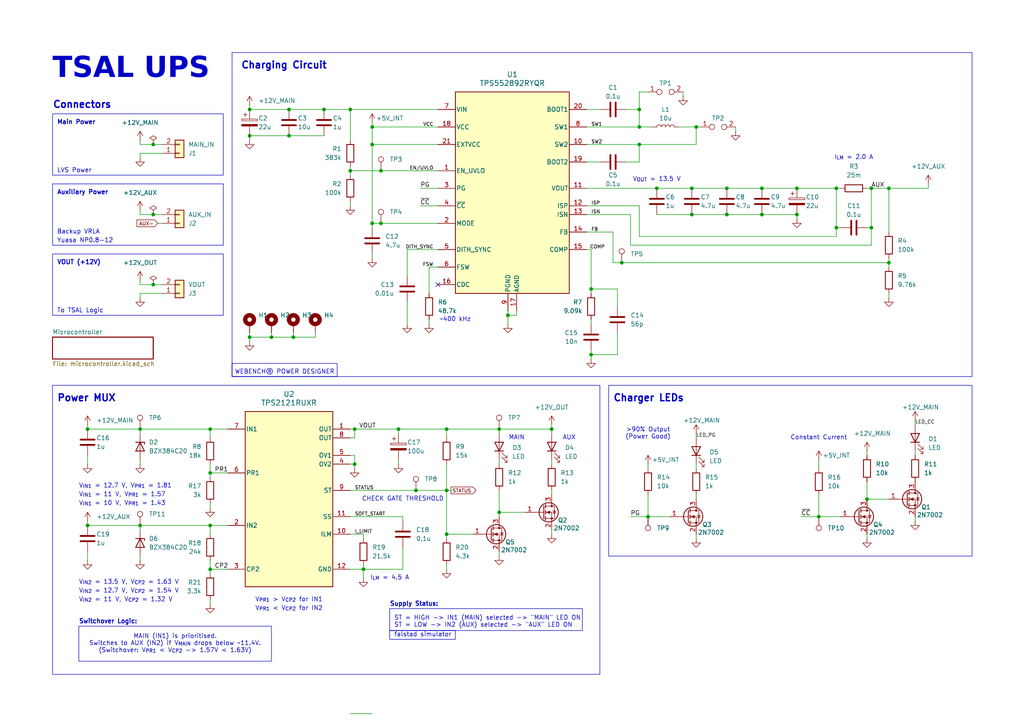
<source format=kicad_sch>
(kicad_sch (version 20250114) (generator "eeschema") (generator_version "9.0")
  (paper "A4")
  (title_block (title "TSAL UPS") (date "2025-11-01") (rev "${REVISION}") (company "York Formula Student") (comment 1 "Logan Carey"))
  (rectangle (start 67.31 105.41) (end 97.79 109.22))
  (rectangle (start 15.24 33.02) (end 64.77 50.8))
  (rectangle (start 15.24 111.76) (end 173.99 195.58))
  (rectangle (start 113.03 176.53) (end 168.91 182.88))
  (rectangle (start 15.24 73.66) (end 64.77 91.44))
  (rectangle (start 67.31 15.24) (end 281.94 109.22))
  (rectangle (start 15.24 53.34) (end 64.77 71.12))
  (rectangle (start 176.53 111.76) (end 281.94 161.29))
  (rectangle (start 22.86 181.61) (end 78.74 191.77))
  (rectangle (start 113.03 182.88) (end 132.08 185.42))
  (text "falstad simulator" (at 114.3 184.15 0) (effects (font (size 1.27 1.27)) (justify left)))
  (text "VOUT (+12V)\n" (at 16.51 76.2 0) (effects (font (size 1.27 1.27) (thickness 0.254) (bold yes)) (justify left)))
  (text "ST = HIGH -> IN1 (MAIN) selected -> \"MAIN\" LED ON\nST = LOW -> IN2 (AUX) selected -> \"AUX\" LED ON" (at 114.3 180.34 0) (effects (font (size 1.27 1.27)) (justify left)))
  (text "MAIN (IN1) is prioritised.\nSwitches to AUX (IN2) if V_{MAIN} drops below ~11.4V.\n(Switchover: V_{PR1} < V_{CP2} -> 1.57V < 1.63V)" (at 50.8 186.69 0) (effects (font (size 1.27 1.27))))
  (text "Charging Circuit" (at 69.85 19.05 0) (effects (font (size 2 2) (thickness 0.4) (bold yes)) (justify left)))
  (text "V_{IN1} = 11 V, V_{PR1} = 1.57" (at 22.86 143.51 0) (effects (font (size 1.27 1.27)) (justify left)))
  (text "Supply Status:" (at 113.03 175.26 0) (effects (font (size 1.27 1.27) (thickness 0.254) (bold yes)) (justify left)))
  (text "WEBENCH® POWER DESIGNER" (at 82.55 107.95 0) (effects (font (size 1.27 1.27))))
  (text "~400 kHz" (at 132.08 92.71 0) (effects (font (size 1.27 1.27))))
  (text "V_{OUT} = 13.5 V" (at 190.5 52.07 0) (effects (font (size 1.27 1.27))))
  (text "LVS Power" (at 16.51 49.53 0) (effects (font (size 1.27 1.27) (thickness 0.1588)) (justify left)))
  (text "V_{IN2} = 11 V, V_{CP2} = 1.32 V" (at 22.86 173.99 0) (effects (font (size 1.27 1.27)) (justify left)))
  (text "V_{IN1} = 10 V, V_{PR1} = 1.43" (at 22.86 146.05 0) (effects (font (size 1.27 1.27)) (justify left)))
  (text "Charger LEDs" (at 177.8 115.57 0) (effects (font (size 2 2) (thickness 0.4) (bold yes)) (justify left)))
  (text "V_{IN2} = 12.7 V, V_{CP2} = 1.54 V" (at 22.86 171.45 0) (effects (font (size 1.27 1.27)) (justify left)))
  (text "TSAL UPS" (at 15.24 21.59 0) (effects (font (size 6 6) (thickness 0.4) (bold yes)) (justify left)))
  (text "I_{LM} = 2.0 A" (at 247.65 45.72 0) (effects (font (size 1.27 1.27))))
  (text "To TSAL Logic" (at 16.51 90.17 0) (effects (font (size 1.27 1.27) (thickness 0.1588)) (justify left)))
  (text "V_{IN1} = 12.7 V, V_{PR1} = 1.81" (at 22.86 140.97 0) (effects (font (size 1.27 1.27)) (justify left)))
  (text "MAIN" (at 149.86 127 0) (effects (font (size 1.27 1.27))))
  (text "V_{PR1} < V_{CP2} for IN2" (at 83.82 176.53 0) (effects (font (size 1.27 1.27))))
  (text "I_{LM} = 4.5 A" (at 113.03 167.64 0) (effects (font (size 1.27 1.27))))
  (text "Backup VRLA" (at 16.51 67.31 0) (effects (font (size 1.27 1.27) (thickness 0.1588)) (justify left)))
  (text "V_{PR1} > V_{CP2} for IN1" (at 83.82 173.99 0) (effects (font (size 1.27 1.27))))
  (text "Constant Current" (at 237.49 127 0) (effects (font (size 1.27 1.27))))
  (text "AUX" (at 165.1 127 0) (effects (font (size 1.27 1.27))))
  (text "Power MUX" (at 16.51 115.57 0) (effects (font (size 2 2) (thickness 0.4) (bold yes)) (justify left)))
  (text "Auxiliary Power" (at 16.51 55.88 0) (effects (font (size 1.27 1.27) (thickness 0.254) (bold yes)) (justify left)))
  (text "Connectors" (at 15.24 30.48 0) (effects (font (size 2 2) (thickness 0.4) (bold yes)) (justify left)))
  (text "V_{IN2} = 13.5 V, V_{CP2} = 1.63 V" (at 22.86 168.91 0) (effects (font (size 1.27 1.27)) (justify left)))
  (text "CHECK GATE THRESHOLD" (at 116.84 144.78 0) (effects (font (size 1.27 1.27))))
  (text ">90% Output\n(Power Good)" (at 187.96 125.73 0) (effects (font (size 1.27 1.27))))
  (text "Main Power" (at 16.51 35.56 0) (effects (font (size 1.27 1.27) (thickness 0.254) (bold yes)) (justify left)))
  (text "Yuasa NP0.8-12" (at 16.51 69.85 0) (effects (font (size 1.27 1.27) (thickness 0.1588)) (justify left)))
  (text "Switchover Logic:" (at 22.86 180.34 0) (effects (font (size 1.27 1.27) (thickness 0.254) (bold yes)) (justify left)))
  (junction (at 171.45 83.82))
  (junction (at 200.66 54.61))
  (junction (at 101.6 49.53))
  (junction (at 129.54 142.24))
  (junction (at 25.4 124.46))
  (junction (at 120.65 142.24))
  (junction (at 144.78 124.46))
  (junction (at 115.57 124.46))
  (junction (at 187.96 149.86))
  (junction (at 72.39 31.75))
  (junction (at 107.95 36.83))
  (junction (at 60.96 152.4))
  (junction (at 231.14 54.61))
  (junction (at 110.49 64.77))
  (junction (at 44.45 41.91))
  (junction (at 129.54 124.46))
  (junction (at 201.93 36.83))
  (junction (at 185.42 36.83))
  (junction (at 251.46 144.78))
  (junction (at 242.57 66.04))
  (junction (at 110.49 49.53))
  (junction (at 190.5 54.61))
  (junction (at 83.82 31.75))
  (junction (at 257.81 76.2))
  (junction (at 231.14 62.23))
  (junction (at 101.6 31.75))
  (junction (at 171.45 102.87))
  (junction (at 107.95 41.91))
  (junction (at 60.96 137.16))
  (junction (at 107.95 64.77))
  (junction (at 102.87 124.46))
  (junction (at 44.45 62.23))
  (junction (at 180.34 76.2))
  (junction (at 144.78 148.59))
  (junction (at 105.41 165.1))
  (junction (at 25.4 152.4))
  (junction (at 210.82 62.23))
  (junction (at 147.32 91.44))
  (junction (at 83.82 39.37))
  (junction (at 44.45 82.55))
  (junction (at 129.54 154.94))
  (junction (at 220.98 62.23))
  (junction (at 185.42 41.91))
  (junction (at 200.66 62.23))
  (junction (at 60.96 165.1))
  (junction (at 60.96 124.46))
  (junction (at 185.42 31.75))
  (junction (at 237.49 149.86))
  (junction (at 72.39 97.79))
  (junction (at 242.57 54.61))
  (junction (at 78.74 97.79))
  (junction (at 93.98 31.75))
  (junction (at 257.81 54.61))
  (junction (at 210.82 54.61))
  (junction (at 85.09 97.79))
  (junction (at 102.87 134.62))
  (junction (at 220.98 54.61))
  (junction (at 72.39 39.37))
  (junction (at 252.73 66.04))
  (junction (at 40.64 124.46))
  (junction (at 160.02 124.46))
  (junction (at 40.64 152.4))
  (junction (at 252.73 54.61))
  (no_connect (at 127 82.55))
  (wire (pts (xy 265.43 130.81) (xy 265.43 132.08)))
  (wire (pts (xy 124.46 77.47) (xy 127 77.47)))
  (wire (pts (xy 179.07 96.52) (xy 179.07 102.87)))
  (wire (pts (xy 40.64 86.36) (xy 40.64 85.09)))
  (wire (pts (xy 144.78 134.62) (xy 144.78 133.35)))
  (wire (pts (xy 40.64 41.91) (xy 44.45 41.91)))
  (wire (pts (xy 40.64 60.96) (xy 40.64 62.23)))
  (wire (pts (xy 101.6 165.1) (xy 105.41 165.1)))
  (wire (pts (xy 102.87 132.08) (xy 102.87 134.62)))
  (wire (pts (xy 170.18 31.75) (xy 173.99 31.75)))
  (wire (pts (xy 144.78 149.86) (xy 144.78 148.59)))
  (wire (pts (xy 187.96 149.86) (xy 194.31 149.86)))
  (wire (pts (xy 107.95 73.66) (xy 107.95 74.93)))
  (wire (pts (xy 60.96 138.43) (xy 60.96 137.16)))
  (wire (pts (xy 201.93 143.51) (xy 201.93 144.78)))
  (wire (pts (xy 242.57 66.04) (xy 243.84 66.04)))
  (wire (pts (xy 101.6 31.75) (xy 127 31.75)))
  (wire (pts (xy 107.95 41.91) (xy 107.95 64.77)))
  (wire (pts (xy 220.98 62.23) (xy 231.14 62.23)))
  (wire (pts (xy 257.81 76.2) (xy 257.81 77.47)))
  (wire (pts (xy 185.42 36.83) (xy 189.23 36.83)))
  (wire (pts (xy 118.11 72.39) (xy 127 72.39)))
  (wire (pts (xy 101.6 127) (xy 102.87 127)))
  (wire (pts (xy 187.96 143.51) (xy 187.96 149.86)))
  (wire (pts (xy 107.95 36.83) (xy 127 36.83)))
  (wire (pts (xy 187.96 26.67) (xy 185.42 26.67)))
  (wire (pts (xy 129.54 154.94) (xy 129.54 156.21)))
  (wire (pts (xy 177.8 76.2) (xy 180.34 76.2)))
  (wire (pts (xy 269.24 53.34) (xy 269.24 54.61)))
  (wire (pts (xy 72.39 97.79) (xy 78.74 97.79)))
  (wire (pts (xy 185.42 26.67) (xy 185.42 31.75)))
  (wire (pts (xy 170.18 41.91) (xy 185.42 41.91)))
  (wire (pts (xy 60.96 165.1) (xy 60.96 166.37)))
  (wire (pts (xy 201.93 41.91) (xy 201.93 36.83)))
  (wire (pts (xy 60.96 162.56) (xy 60.96 165.1)))
  (wire (pts (xy 83.82 39.37) (xy 93.98 39.37)))
  (wire (pts (xy 147.32 90.17) (xy 147.32 91.44)))
  (wire (pts (xy 242.57 66.04) (xy 242.57 54.61)))
  (wire (pts (xy 257.81 54.61) (xy 257.81 67.31)))
  (wire (pts (xy 102.87 134.62) (xy 101.6 134.62)))
  (wire (pts (xy 252.73 54.61) (xy 251.46 54.61)))
  (wire (pts (xy 40.64 62.23) (xy 44.45 62.23)))
  (wire (pts (xy 85.09 97.79) (xy 91.44 97.79)))
  (wire (pts (xy 171.45 102.87) (xy 171.45 101.6)))
  (wire (pts (xy 251.46 139.7) (xy 251.46 144.78)))
  (wire (pts (xy 210.82 62.23) (xy 220.98 62.23)))
  (wire (pts (xy 201.93 134.62) (xy 201.93 135.89)))
  (wire (pts (xy 107.95 41.91) (xy 127 41.91)))
  (wire (pts (xy 201.93 36.83) (xy 203.2 36.83)))
  (wire (pts (xy 129.54 163.83) (xy 129.54 165.1)))
  (wire (pts (xy 129.54 154.94) (xy 137.16 154.94)))
  (wire (pts (xy 160.02 133.35) (xy 160.02 134.62)))
  (wire (pts (xy 105.41 156.21) (xy 105.41 154.94)))
  (wire (pts (xy 115.57 124.46) (xy 129.54 124.46)))
  (wire (pts (xy 185.42 41.91) (xy 185.42 46.99)))
  (wire (pts (xy 107.95 35.56) (xy 107.95 36.83)))
  (wire (pts (xy 40.64 134.62) (xy 40.64 133.35)))
  (wire (pts (xy 265.43 121.92) (xy 265.43 123.19)))
  (wire (pts (xy 102.87 135.89) (xy 102.87 134.62)))
  (wire (pts (xy 44.45 41.91) (xy 46.99 41.91)))
  (wire (pts (xy 72.39 97.79) (xy 72.39 99.06)))
  (wire (pts (xy 170.18 62.23) (xy 182.88 62.23)))
  (wire (pts (xy 232.41 149.86) (xy 237.49 149.86)))
  (wire (pts (xy 170.18 54.61) (xy 190.5 54.61)))
  (wire (pts (xy 91.44 97.79) (xy 91.44 96.52)))
  (wire (pts (xy 124.46 77.47) (xy 124.46 85.09)))
  (wire (pts (xy 60.96 152.4) (xy 66.04 152.4)))
  (wire (pts (xy 110.49 49.53) (xy 127 49.53)))
  (wire (pts (xy 25.4 123.19) (xy 25.4 124.46)))
  (wire (pts (xy 170.18 46.99) (xy 173.99 46.99)))
  (wire (pts (xy 101.6 48.26) (xy 101.6 49.53)))
  (wire (pts (xy 171.45 92.71) (xy 171.45 93.98)))
  (wire (pts (xy 177.8 67.31) (xy 177.8 76.2)))
  (wire (pts (xy 252.73 54.61) (xy 257.81 54.61)))
  (wire (pts (xy 118.11 80.01) (xy 118.11 72.39)))
  (wire (pts (xy 129.54 127) (xy 129.54 124.46)))
  (wire (pts (xy 190.5 54.61) (xy 200.66 54.61)))
  (wire (pts (xy 160.02 142.24) (xy 160.02 143.51)))
  (wire (pts (xy 44.45 82.55) (xy 46.99 82.55)))
  (wire (pts (xy 257.81 74.93) (xy 257.81 76.2)))
  (wire (pts (xy 93.98 31.75) (xy 101.6 31.75)))
  (wire (pts (xy 160.02 124.46) (xy 160.02 125.73)))
  (wire (pts (xy 116.84 165.1) (xy 105.41 165.1)))
  (wire (pts (xy 179.07 102.87) (xy 171.45 102.87)))
  (wire (pts (xy 149.86 91.44) (xy 147.32 91.44)))
  (wire (pts (xy 237.49 149.86) (xy 243.84 149.86)))
  (wire (pts (xy 130.81 142.24) (xy 129.54 142.24)))
  (wire (pts (xy 185.42 31.75) (xy 181.61 31.75)))
  (wire (pts (xy 60.96 137.16) (xy 66.04 137.16)))
  (wire (pts (xy 101.6 58.42) (xy 101.6 59.69)))
  (wire (pts (xy 181.61 46.99) (xy 185.42 46.99)))
  (wire (pts (xy 129.54 124.46) (xy 144.78 124.46)))
  (wire (pts (xy 129.54 134.62) (xy 129.54 142.24)))
  (wire (pts (xy 185.42 59.69) (xy 185.42 68.58)))
  (wire (pts (xy 171.45 72.39) (xy 171.45 83.82)))
  (wire (pts (xy 201.93 154.94) (xy 201.93 156.21)))
  (wire (pts (xy 144.78 142.24) (xy 144.78 148.59)))
  (wire (pts (xy 144.78 160.02) (xy 144.78 161.29)))
  (wire (pts (xy 160.02 153.67) (xy 160.02 154.94)))
  (wire (pts (xy 200.66 62.23) (xy 210.82 62.23)))
  (wire (pts (xy 45.72 64.77) (xy 46.99 64.77)))
  (wire (pts (xy 40.64 125.73) (xy 40.64 124.46)))
  (wire (pts (xy 40.64 152.4) (xy 60.96 152.4)))
  (wire (pts (xy 251.46 130.81) (xy 251.46 132.08)))
  (wire (pts (xy 40.64 82.55) (xy 44.45 82.55)))
  (wire (pts (xy 85.09 96.52) (xy 85.09 97.79)))
  (wire (pts (xy 160.02 123.19) (xy 160.02 124.46)))
  (wire (pts (xy 102.87 124.46) (xy 101.6 124.46)))
  (wire (pts (xy 60.96 173.99) (xy 60.96 175.26)))
  (wire (pts (xy 25.4 162.56) (xy 25.4 160.02)))
  (wire (pts (xy 107.95 64.77) (xy 110.49 64.77)))
  (wire (pts (xy 107.95 36.83) (xy 107.95 41.91)))
  (wire (pts (xy 107.95 66.04) (xy 107.95 64.77)))
  (wire (pts (xy 101.6 132.08) (xy 102.87 132.08)))
  (wire (pts (xy 231.14 54.61) (xy 242.57 54.61)))
  (wire (pts (xy 171.45 83.82) (xy 171.45 85.09)))
  (wire (pts (xy 101.6 31.75) (xy 101.6 40.64)))
  (wire (pts (xy 110.49 64.77) (xy 127 64.77)))
  (wire (pts (xy 60.96 146.05) (xy 60.96 147.32)))
  (wire (pts (xy 101.6 149.86) (xy 116.84 149.86)))
  (wire (pts (xy 170.18 67.31) (xy 177.8 67.31)))
  (wire (pts (xy 40.64 81.28) (xy 40.64 82.55)))
  (wire (pts (xy 149.86 90.17) (xy 149.86 91.44)))
  (wire (pts (xy 60.96 134.62) (xy 60.96 137.16)))
  (wire (pts (xy 102.87 124.46) (xy 115.57 124.46)))
  (wire (pts (xy 40.64 124.46) (xy 60.96 124.46)))
  (wire (pts (xy 40.64 85.09) (xy 46.99 85.09)))
  (wire (pts (xy 147.32 91.44) (xy 147.32 93.98)))
  (wire (pts (xy 124.46 92.71) (xy 124.46 93.98)))
  (wire (pts (xy 170.18 36.83) (xy 185.42 36.83)))
  (wire (pts (xy 115.57 133.35) (xy 115.57 134.62)))
  (wire (pts (xy 40.64 44.45) (xy 46.99 44.45)))
  (wire (pts (xy 116.84 151.13) (xy 116.84 149.86)))
  (wire (pts (xy 101.6 50.8) (xy 101.6 49.53)))
  (wire (pts (xy 269.24 54.61) (xy 257.81 54.61)))
  (wire (pts (xy 231.14 62.23) (xy 231.14 63.5)))
  (wire (pts (xy 252.73 66.04) (xy 252.73 54.61)))
  (wire (pts (xy 171.45 83.82) (xy 179.07 83.82)))
  (wire (pts (xy 44.45 62.23) (xy 46.99 62.23)))
  (wire (pts (xy 78.74 96.52) (xy 78.74 97.79)))
  (wire (pts (xy 25.4 124.46) (xy 40.64 124.46)))
  (wire (pts (xy 201.93 36.83) (xy 196.85 36.83)))
  (wire (pts (xy 105.41 165.1) (xy 105.41 163.83)))
  (wire (pts (xy 144.78 148.59) (xy 152.4 148.59)))
  (wire (pts (xy 102.87 127) (xy 102.87 124.46)))
  (wire (pts (xy 25.4 151.13) (xy 25.4 152.4)))
  (wire (pts (xy 115.57 125.73) (xy 115.57 124.46)))
  (wire (pts (xy 144.78 124.46) (xy 144.78 125.73)))
  (wire (pts (xy 116.84 158.75) (xy 116.84 165.1)))
  (wire (pts (xy 40.64 161.29) (xy 40.64 162.56)))
  (wire (pts (xy 237.49 133.35) (xy 237.49 135.89)))
  (wire (pts (xy 101.6 49.53) (xy 110.49 49.53)))
  (wire (pts (xy 101.6 142.24) (xy 120.65 142.24)))
  (wire (pts (xy 60.96 152.4) (xy 60.96 154.94)))
  (wire (pts (xy 179.07 88.9) (xy 179.07 83.82)))
  (wire (pts (xy 40.64 45.72) (xy 40.64 44.45)))
  (wire (pts (xy 257.81 85.09) (xy 257.81 86.36)))
  (wire (pts (xy 40.64 40.64) (xy 40.64 41.91)))
  (wire (pts (xy 237.49 143.51) (xy 237.49 149.86)))
  (wire (pts (xy 170.18 59.69) (xy 185.42 59.69)))
  (wire (pts (xy 182.88 62.23) (xy 182.88 71.12)))
  (wire (pts (xy 72.39 31.75) (xy 83.82 31.75)))
  (wire (pts (xy 252.73 71.12) (xy 252.73 66.04)))
  (wire (pts (xy 185.42 41.91) (xy 201.93 41.91)))
  (wire (pts (xy 185.42 31.75) (xy 185.42 36.83)))
  (wire (pts (xy 242.57 68.58) (xy 242.57 66.04)))
  (wire (pts (xy 190.5 62.23) (xy 200.66 62.23)))
  (wire (pts (xy 213.36 36.83) (xy 213.36 38.1)))
  (wire (pts (xy 242.57 54.61) (xy 243.84 54.61)))
  (wire (pts (xy 72.39 30.48) (xy 72.39 31.75)))
  (wire (pts (xy 78.74 97.79) (xy 85.09 97.79)))
  (wire (pts (xy 220.98 54.61) (xy 231.14 54.61)))
  (wire (pts (xy 118.11 87.63) (xy 118.11 93.98)))
  (wire (pts (xy 182.88 149.86) (xy 187.96 149.86)))
  (wire (pts (xy 251.46 154.94) (xy 251.46 156.21)))
  (wire (pts (xy 60.96 165.1) (xy 66.04 165.1)))
  (wire (pts (xy 180.34 76.2) (xy 257.81 76.2)))
  (wire (pts (xy 265.43 149.86) (xy 265.43 151.13)))
  (wire (pts (xy 25.4 152.4) (xy 40.64 152.4)))
  (wire (pts (xy 198.12 26.67) (xy 198.12 27.94)))
  (wire (pts (xy 105.41 165.1) (xy 105.41 167.64)))
  (wire (pts (xy 251.46 66.04) (xy 252.73 66.04)))
  (wire (pts (xy 251.46 144.78) (xy 257.81 144.78)))
  (wire (pts (xy 72.39 96.52) (xy 72.39 97.79)))
  (wire (pts (xy 182.88 71.12) (xy 252.73 71.12)))
  (wire (pts (xy 25.4 132.08) (xy 25.4 134.62)))
  (wire (pts (xy 105.41 154.94) (xy 101.6 154.94)))
  (wire (pts (xy 144.78 124.46) (xy 160.02 124.46)))
  (wire (pts (xy 201.93 125.73) (xy 201.93 127)))
  (wire (pts (xy 129.54 142.24) (xy 129.54 154.94)))
  (wire (pts (xy 120.65 142.24) (xy 129.54 142.24)))
  (wire (pts (xy 40.64 153.67) (xy 40.64 152.4)))
  (wire (pts (xy 210.82 54.61) (xy 220.98 54.61)))
  (wire (pts (xy 107.95 207.01) (xy 101.6 207.01)))
  (wire (pts (xy 187.96 134.62) (xy 187.96 135.89)))
  (wire (pts (xy 60.96 124.46) (xy 66.04 124.46)))
  (wire (pts (xy 171.45 72.39) (xy 170.18 72.39)))
  (wire (pts (xy 185.42 68.58) (xy 242.57 68.58)))
  (wire (pts (xy 72.39 39.37) (xy 83.82 39.37)))
  (wire (pts (xy 60.96 127) (xy 60.96 124.46)))
  (wire (pts (xy 121.92 54.61) (xy 127 54.61)))
  (wire (pts (xy 200.66 54.61) (xy 210.82 54.61)))
  (wire (pts (xy 171.45 102.87) (xy 171.45 104.14)))
  (wire (pts (xy 83.82 31.75) (xy 93.98 31.75)))
  (wire (pts (xy 72.39 39.37) (xy 72.39 40.64)))
  (wire (pts (xy 121.92 59.69) (xy 127 59.69)))
  (label "I_LIMIT" (at 102.87 154.94 0) (effects (font (size 1 1))))
  (label "VCC" (at 125.73 36.83 180) (effects (font (size 1 1))))
  (label "LED_CC" (at 265.43 123.19 0) (effects (font (size 1 1) (thickness 0.125))))
  (label "ISP" (at 171.45 59.69 0) (effects (font (size 1 1))))
  (label "PG" (at 182.88 149.86 0))
  (label "VOUT" (at 104.14 124.46 0))
  (label "COMP" (at 171.0654 72.39 0) (effects (font (size 1 1))))
  (label "LED_PG" (at 201.93 127 0) (effects (font (size 1 1) (thickness 0.125))))
  (label "ISN" (at 171.45 62.23 0) (effects (font (size 1 1))))
  (label "STATUS" (at 102.87 142.24 0) (effects (font (size 1 1))))
  (label "EN{slash}UVLO" (at 125.73 49.53 180) (effects (font (size 1 1))))
  (label "SW2" (at 171.45 41.91 0) (effects (font (size 1 1))))
  (label "SOFT_START" (at 102.87 149.86 0) (effects (font (size 1 1))))
  (label "SW1" (at 171.45 36.83 0) (effects (font (size 1 1))))
  (label "DITH_SYNC" (at 125.73 72.39 180) (effects (font (size 1 1))))
  (label "~{CC}" (at 121.92 59.69 0))
  (label "PG" (at 121.92 54.61 0))
  (label "CP2" (at 62.23 165.1 0))
  (label "PR1" (at 62.23 137.16 0))
  (label "~{CC}" (at 232.41 149.86 0))
  (label "FSW" (at 125.73 77.47 180) (effects (font (size 1 1))))
  (label "AUX" (at 256.54 54.61 180))
  (label "FB" (at 171.45 67.31 0) (effects (font (size 1 1))))
  (global_label "STATUS" (shape output) (at 130.81 142.24 0) (effects (font (size 1 1))) (property "Intersheetrefs" "${INTERSHEET_REFS}" (effects (hide yes))))
  (global_label "AUX-" (shape input) (at 45.72 64.77 180) (effects (font (size 1 1))) (property "Intersheetrefs" "${INTERSHEET_REFS}" (effects (hide yes))))
  (symbol (lib_id "Device:C") (at 210.82 58.42 180) (unit 1)
    (property "Reference" "C8" (at 213.36 57.15 0) (effects (justify right)))
    (property "Value" "4.7u" (at 213.36 59.69 0) (effects (justify right)))
    (property "Footprint" "Capacitor_SMD:C_0805_2012Metric" (effects (hide yes)))
    (property "Datasheet" "https://www.lcsc.com/product-detail/C98192.html" (effects (hide yes)))
    (property "Description" "Unpolarized capacitor" (effects (hide yes)))
  )
  (symbol (lib_id "Diode:BZX384xxxx") (at 40.64 129.54 270) (unit 1)
    (property "Reference" "D2" (at 43.18 128.2699 90) (effects (justify left)))
    (property "Value" "BZX384C20" (at 43.18 130.8099 90) (effects (justify left)))
    (property "Footprint" "Diode_SMD:D_SOD-323" (effects (hide yes)))
    (property "Datasheet" "https://www.vishay.com/docs/86474/bzx384.pdf" (effects (hide yes)))
    (property "Description" "300mW Zener Diode, SOD-323" (effects (hide yes)))
  )
  (symbol (lib_id "Transistor_FET:2N7002") (at 199.39 149.86 0) (unit 1)
    (property "Reference" "Q3" (at 203.708 152.146 0) (effects (justify left)))
    (property "Value" "2N7002" (at 202.438 154.432 0) (effects (justify left)))
    (property "Footprint" "Package_TO_SOT_SMD:SOT-23" (effects (hide yes)))
    (property "Datasheet" "https://www.onsemi.com/pub/Collateral/NDS7002A-D.PDF" (effects (hide yes)))
    (property "Description" "0.115A Id, 60V Vds, N-Channel MOSFET, SOT-23" (effects (hide yes)))
  )
  (symbol (lib_id "Connector:TestPoint") (at 144.78 124.46 0) (unit 1)
    (property "Reference" "TP7" (at 147.32 121.1579 0) (effects (justify left)))
    (property "Value" "TestPoint" (effects (hide yes)))
    (property "Footprint" "TestPoint:TestPoint_Pad_D1.5mm" (effects (hide yes)))
    (property "Description" "test point" (effects (hide yes)))
  )
  (symbol (lib_id "power:PWR_FLAG") (at 44.45 41.91 0) (unit 1)
    (property "Reference" "#FLG01" (effects (hide yes)))
    (property "Value" "PWR_FLAG" (effects (hide yes)))
    (property "Description" "Special symbol for telling ERC where power comes from" (effects (hide yes)))
  )
  (symbol (lib_id "Connector:TestPoint") (at 120.65 142.24 0) (unit 1)
    (property "Reference" "TP8" (at 123.19 138.9379 0) (effects (justify left)))
    (property "Value" "TestPoint" (effects (hide yes)))
    (property "Footprint" "TestPoint:TestPoint_Pad_D1.5mm" (effects (hide yes)))
    (property "Description" "test point" (effects (hide yes)))
  )
  (symbol (lib_id "Device:L") (at 193.04 36.83 90) (unit 1)
    (property "Reference" "L1" (at 193.04 31.75 90))
    (property "Value" "10u" (at 193.04 34.29 90))
    (property "Footprint" "Inductor_SMD:L_APV_APH0850" (effects (hide yes)))
    (property "Datasheet" "https://www.lcsc.com/datasheet/C2977795.pdf" (effects (hide yes)))
    (property "Description" "Inductor" (effects (hide yes)))
  )
  (symbol (lib_id "power:GND") (at 60.96 175.26 0) (unit 1)
    (property "Reference" "#PWR044" (effects (hide yes)))
    (property "Value" "GND" (effects (hide yes)))
    (property "Description" "Power symbol creates a global label with name \"GND\" , ground" (effects (hide yes)))
  )
  (symbol (lib_id "Mechanical:MountingHole_Pad") (at 78.74 93.98 0) (unit 1) (exclude_from_sim yes) (in_bom no)
    (property "Reference" "H2" (at 81.28 91.4399 0) (effects (justify left)))
    (property "Value" "MountingHole_Pad" (effects (hide yes)))
    (property "Footprint" "MountingHole:MountingHole_3.2mm_M3_Pad_Via" (effects (hide yes)))
    (property "Description" "Mounting Hole with connection" (effects (hide yes)))
  )
  (symbol (lib_id "Connector:TestPoint") (at 40.64 124.46 0) (unit 1)
    (property "Reference" "TP6" (at 43.18 121.1579 0) (effects (justify left)))
    (property "Value" "TestPoint" (effects (hide yes)))
    (property "Footprint" "TestPoint:TestPoint_Pad_D1.5mm" (effects (hide yes)))
    (property "Description" "test point" (effects (hide yes)))
  )
  (symbol (lib_id "Device:R") (at 129.54 130.81 180) (unit 1)
    (property "Reference" "R9" (at 132.08 129.5399 0) (effects (justify right)))
    (property "Value" "15k" (at 132.08 132.0799 0) (effects (justify right)))
    (property "Footprint" "Resistor_SMD:R_0603_1608Metric" (effects (hide yes)))
    (property "Description" "Resistor" (effects (hide yes)))
  )
  (symbol (lib_id "Device:C") (at 171.45 97.79 180) (unit 1)
    (property "Reference" "C15" (at 167.64 96.5199 0) (effects (justify left)))
    (property "Value" "10n" (at 167.64 99.0599 0) (effects (justify left)))
    (property "Footprint" "Capacitor_SMD:C_0603_1608Metric" (effects (hide yes)))
    (property "Description" "Unpolarized capacitor" (effects (hide yes)))
  )
  (symbol (lib_id "power:+5V") (at 237.49 133.35 0) (unit 1)
    (property "Reference" "#PWR027" (effects (hide yes)))
    (property "Value" "+5V_INT" (at 242.57 132.08 0))
    (property "Description" "Power symbol creates a global label with name \"+5V\"" (effects (hide yes)))
  )
  (symbol (lib_id "Device:R") (at 144.78 138.43 180) (unit 1)
    (property "Reference" "R12" (at 147.32 137.1599 0) (effects (justify right)))
    (property "Value" "1k" (at 147.32 139.6999 0) (effects (justify right)))
    (property "Footprint" "Resistor_SMD:R_0603_1608Metric" (effects (hide yes)))
    (property "Description" "Resistor" (effects (hide yes)))
  )
  (symbol (lib_id "Device:C") (at 177.8 46.99 90) (unit 1)
    (property "Reference" "C5" (at 177.8 50.8 90))
    (property "Value" "0.1u" (at 177.8 53.34 90))
    (property "Footprint" "Capacitor_SMD:C_0603_1608Metric" (effects (hide yes)))
    (property "Description" "Unpolarized capacitor" (effects (hide yes)))
  )
  (symbol (lib_id "Connector:TestPoint") (at 180.34 76.2 0) (unit 1)
    (property "Reference" "TP5" (at 182.88 73.66 0) (effects (justify left)))
    (property "Value" "TestPoint" (effects (hide yes)))
    (property "Footprint" "TestPoint:TestPoint_Pad_D1.5mm" (effects (hide yes)))
    (property "Description" "test point" (effects (hide yes)))
  )
  (symbol (lib_id "Device:R") (at 101.6 44.45 0) (mirror x) (unit 1)
    (property "Reference" "R1" (at 99.06 43.1799 0) (effects (justify right)))
    (property "Value" "383k" (at 99.06 45.7199 0) (effects (justify right)))
    (property "Footprint" "Resistor_SMD:R_0603_1608Metric" (effects (hide yes)))
    (property "Description" "Resistor" (effects (hide yes)))
  )
  (symbol (lib_id "Device:C_Polarized") (at 72.39 35.56 0) (unit 1)
    (property "Reference" "C2" (at 74.93 34.29 0) (effects (justify left)))
    (property "Value" "22u" (at 74.93 36.83 0) (effects (justify left)))
    (property "Footprint" "Capacitor_SMD:CP_Elec_6.3x7.7" (effects (hide yes)))
    (property "Description" "Polarized capacitor" (effects (hide yes)))
  )
  (symbol (lib_id "Connector:TestPoint_2Pole") (at 208.28 36.83 0) (unit 1)
    (property "Reference" "TP2" (at 208.28 34.29 0))
    (property "Value" "TestPoint_2Pole" (effects (hide yes)))
    (property "Footprint" "yfs:TestPoint_2Pads_Pitch2.54mm_Drill1.0mm" (effects (hide yes)))
    (property "Description" "2-polar test point" (effects (hide yes)))
  )
  (symbol (lib_id "power:GND") (at 105.41 167.64 0) (unit 1)
    (property "Reference" "#PWR043" (effects (hide yes)))
    (property "Value" "GND" (effects (hide yes)))
    (property "Description" "Power symbol creates a global label with name \"GND\" , ground" (effects (hide yes)))
  )
  (symbol (lib_id "Device:R") (at 201.93 139.7 180) (unit 1)
    (property "Reference" "R15" (at 204.47 138.4299 0) (effects (justify right)))
    (property "Value" "1k" (at 204.47 140.9699 0) (effects (justify right)))
    (property "Footprint" "Resistor_SMD:R_0603_1608Metric" (effects (hide yes)))
    (property "Description" "Resistor" (effects (hide yes)))
  )
  (symbol (lib_id "Mechanical:MountingHole_Pad") (at 72.39 93.98 0) (unit 1) (exclude_from_sim yes) (in_bom no)
    (property "Reference" "H1" (at 74.93 91.4399 0) (effects (justify left)))
    (property "Value" "MountingHole_Pad" (effects (hide yes)))
    (property "Footprint" "MountingHole:MountingHole_3.2mm_M3_Pad_Via" (effects (hide yes)))
    (property "Description" "Mounting Hole with connection" (effects (hide yes)))
  )
  (symbol (lib_id "Connector:TestPoint_2Pole") (at 193.04 26.67 0) (unit 1)
    (property "Reference" "TP1" (at 193.04 24.13 0))
    (property "Value" "TestPoint_2Pole" (effects (hide yes)))
    (property "Footprint" "yfs:TestPoint_2Pads_Pitch2.54mm_Drill1.0mm" (effects (hide yes)))
    (property "Description" "2-polar test point" (effects (hide yes)))
  )
  (symbol (lib_id "power:GND") (at 265.43 151.13 0) (unit 1)
    (property "Reference" "#PWR035" (effects (hide yes)))
    (property "Value" "GND" (effects (hide yes)))
    (property "Description" "Power symbol creates a global label with name \"GND\" , ground" (effects (hide yes)))
  )
  (symbol (lib_id "Device:LED") (at 201.93 130.81 90) (unit 1)
    (property "Reference" "D5" (at 205.74 131.1274 90) (effects (justify right)))
    (property "Value" "LED" (at 205.74 133.6674 90) (effects (justify right)))
    (property "Footprint" "LED_SMD:LED_0603_1608Metric" (effects (hide yes)))
    (property "Description" "Light emitting diode" (effects (hide yes)))
  )
  (symbol (lib_id "Connector:TestPoint") (at 187.96 149.86 180) (unit 1)
    (property "Reference" "TP9" (at 190.5 153.1619 0) (effects (justify right)))
    (property "Value" "TestPoint" (effects (hide yes)))
    (property "Footprint" "TestPoint:TestPoint_Pad_D1.5mm" (effects (hide yes)))
    (property "Description" "test point" (effects (hide yes)))
  )
  (symbol (lib_id "power:GND") (at 198.12 27.94 0) (unit 1)
    (property "Reference" "#PWR01" (effects (hide yes)))
    (property "Value" "GND" (effects (hide yes)))
    (property "Description" "Power symbol creates a global label with name \"GND\" , ground" (effects (hide yes)))
  )
  (symbol (lib_id "power:GND") (at 25.4 134.62 0) (unit 1)
    (property "Reference" "#PWR028" (effects (hide yes)))
    (property "Value" "GND" (effects (hide yes)))
    (property "Description" "Power symbol creates a global label with name \"GND\" , ground" (effects (hide yes)))
  )
  (symbol (lib_id "yfs:TPS552892RYQR") (at 127 31.75 0) (unit 1)
    (property "Reference" "U1" (at 148.59 21.59 0) (effects (font (size 1.524 1.524))))
    (property "Value" "TPS552892RYQR" (at 148.59 24.13 0) (effects (font (size 1.524 1.524))))
    (property "Footprint" "yfs:TPS552892RYQR" (effects (hide yes)))
    (property "Datasheet" "https://www.ti.com/lit/gpn/tps552892" (effects (hide yes)))
    (property "Description" "Switching Voltage Regulators 36-V 8-A fully-integrated buck-boost converter 21-VQFN-HR -40 to 125" (effects (hide yes)))
  )
  (symbol (lib_id "power:GND") (at 201.93 156.21 0) (unit 1)
    (property "Reference" "#PWR037" (effects (hide yes)))
    (property "Value" "GND" (effects (hide yes)))
    (property "Description" "Power symbol creates a global label with name \"GND\" , ground" (effects (hide yes)))
  )
  (symbol (lib_id "Connector:TestPoint") (at 110.49 49.53 0) (unit 1)
    (property "Reference" "TP3" (at 113.03 46.2279 0) (effects (justify left)))
    (property "Value" "TestPoint" (effects (hide yes)))
    (property "Footprint" "TestPoint:TestPoint_Pad_D1.5mm" (effects (hide yes)))
    (property "Description" "test point" (effects (hide yes)))
  )
  (symbol (lib_id "Device:C") (at 200.66 58.42 180) (unit 1)
    (property "Reference" "C7" (at 203.2 57.15 0) (effects (justify right)))
    (property "Value" "4.7u" (at 203.2 59.69 0) (effects (justify right)))
    (property "Footprint" "Capacitor_SMD:C_0805_2012Metric" (effects (hide yes)))
    (property "Datasheet" "https://www.lcsc.com/product-detail/C98192.html" (effects (hide yes)))
    (property "Description" "Unpolarized capacitor" (effects (hide yes)))
  )
  (symbol (lib_id "Device:C") (at 107.95 69.85 180) (unit 1)
    (property "Reference" "C12" (at 111.76 68.5799 0) (effects (justify right)))
    (property "Value" "4.7u" (at 111.76 71.1199 0) (effects (justify right)))
    (property "Footprint" "Capacitor_SMD:C_0805_2012Metric" (effects (hide yes)))
    (property "Description" "Unpolarized capacitor" (effects (hide yes)))
  )
  (symbol (lib_id "Device:C") (at 25.4 128.27 180) (unit 1)
    (property "Reference" "C16" (at 27.94 127 0) (effects (justify right)))
    (property "Value" "1u" (at 27.94 129.54 0) (effects (justify right)))
    (property "Footprint" "Capacitor_SMD:C_0603_1608Metric" (effects (hide yes)))
    (property "Description" "Unpolarized capacitor" (effects (hide yes)))
  )
  (symbol (lib_id "Transistor_FET:2N7002") (at 248.92 149.86 0) (unit 1)
    (property "Reference" "Q4" (at 253.238 152.146 0) (effects (justify left)))
    (property "Value" "2N7002" (at 251.968 154.432 0) (effects (justify left)))
    (property "Footprint" "Package_TO_SOT_SMD:SOT-23" (effects (hide yes)))
    (property "Datasheet" "https://www.onsemi.com/pub/Collateral/NDS7002A-D.PDF" (effects (hide yes)))
    (property "Description" "0.115A Id, 60V Vds, N-Channel MOSFET, SOT-23" (effects (hide yes)))
  )
  (symbol (lib_id "power:GND") (at 124.46 93.98 0) (unit 1)
    (property "Reference" "#PWR018" (effects (hide yes)))
    (property "Value" "GND" (effects (hide yes)))
    (property "Description" "Power symbol creates a global label with name \"GND\" , ground" (effects (hide yes)))
  )
  (symbol (lib_id "power:+5V") (at 107.95 35.56 0) (unit 1)
    (property "Reference" "#PWR03" (effects (hide yes)))
    (property "Value" "+5V_INT" (at 113.03 34.29 0))
    (property "Description" "Power symbol creates a global label with name \"+5V\"" (effects (hide yes)))
  )
  (symbol (lib_id "Diode:BZX384xxxx") (at 40.64 157.48 270) (unit 1)
    (property "Reference" "D6" (at 43.18 156.2099 90) (effects (justify left)))
    (property "Value" "BZX384C20" (at 43.18 158.7499 90) (effects (justify left)))
    (property "Footprint" "Diode_SMD:D_SOD-323" (effects (hide yes)))
    (property "Datasheet" "https://www.vishay.com/docs/86474/bzx384.pdf" (effects (hide yes)))
    (property "Description" "300mW Zener Diode, SOD-323" (effects (hide yes)))
  )
  (symbol (lib_id "power:GND") (at 72.39 99.06 0) (unit 1)
    (property "Reference" "#PWR021" (effects (hide yes)))
    (property "Value" "GND" (effects (hide yes)))
    (property "Description" "Power symbol creates a global label with name \"GND\" , ground" (effects (hide yes)))
  )
  (symbol (lib_id "Device:C") (at 220.98 58.42 180) (unit 1)
    (property "Reference" "C9" (at 223.52 57.15 0) (effects (justify right)))
    (property "Value" "4.7u" (at 223.52 59.69 0) (effects (justify right)))
    (property "Footprint" "Capacitor_SMD:C_0805_2012Metric" (effects (hide yes)))
    (property "Datasheet" "https://www.lcsc.com/product-detail/C98192.html" (effects (hide yes)))
    (property "Description" "Unpolarized capacitor" (effects (hide yes)))
  )
  (symbol (lib_id "power:GND") (at 40.64 162.56 0) (unit 1)
    (property "Reference" "#PWR041" (effects (hide yes)))
    (property "Value" "GND" (effects (hide yes)))
    (property "Description" "Power symbol creates a global label with name \"GND\" , ground" (effects (hide yes)))
  )
  (symbol (lib_id "power:+12V") (at 40.64 40.64 0) (unit 1)
    (property "Reference" "#PWR05" (effects (hide yes)))
    (property "Value" "+12V_MAIN" (at 40.64 35.56 0))
    (property "Description" "Power symbol creates a global label with name \"+12V\"" (effects (hide yes)))
  )
  (symbol (lib_id "Transistor_FET:2N7002") (at 262.89 144.78 0) (unit 1)
    (property "Reference" "Q1" (at 267.208 147.066 0) (effects (justify left)))
    (property "Value" "2N7002" (at 265.938 149.352 0) (effects (justify left)))
    (property "Footprint" "Package_TO_SOT_SMD:SOT-23" (effects (hide yes)))
    (property "Datasheet" "https://www.onsemi.com/pub/Collateral/NDS7002A-D.PDF" (effects (hide yes)))
    (property "Description" "0.115A Id, 60V Vds, N-Channel MOSFET, SOT-23" (effects (hide yes)))
  )
  (symbol (lib_id "Connector_Generic:Conn_01x02") (at 52.07 44.45 0) (mirror x) (unit 1)
    (property "Reference" "J1" (at 54.61 44.4501 0) (effects (justify left)))
    (property "Value" "MAIN_IN" (at 54.61 41.9101 0) (effects (justify left)))
    (property "Footprint" "yfs:MolexMicrofitPlus1x2" (effects (hide yes)))
    (property "Description" "Generic connector, single row, 01x02, script generated (kicad-library-utils/schlib/autogen/connector/)" (effects (hide yes)))
  )
  (symbol (lib_id "power:+12V") (at 269.24 53.34 0) (unit 1)
    (property "Reference" "#PWR08" (effects (hide yes)))
    (property "Value" "+12V_AUX" (at 269.24 48.26 0))
    (property "Description" "Power symbol creates a global label with name \"+12V\"" (effects (hide yes)))
  )
  (symbol (lib_id "Device:R") (at 265.43 135.89 180) (unit 1)
    (property "Reference" "R11" (at 267.97 134.6199 0) (effects (justify right)))
    (property "Value" "1k" (at 267.97 137.1599 0) (effects (justify right)))
    (property "Footprint" "Resistor_SMD:R_0603_1608Metric" (effects (hide yes)))
    (property "Description" "Resistor" (effects (hide yes)))
  )
  (symbol (lib_id "Device:R") (at 247.65 54.61 90) (unit 1)
    (property "Reference" "R3" (at 247.65 48.26 90))
    (property "Value" "25m" (at 247.65 50.8 90))
    (property "Footprint" "Resistor_SMD:R_1206_3216Metric" (effects (hide yes)))
    (property "Datasheet" "https://www.lcsc.com/product-detail/C2903500.html" (effects (hide yes)))
    (property "Description" "Resistor" (effects (hide yes)))
  )
  (symbol (lib_id "Device:C") (at 190.5 58.42 180) (unit 1)
    (property "Reference" "C6" (at 193.04 57.15 0) (effects (justify right)))
    (property "Value" "1u" (at 193.04 59.69 0) (effects (justify right)))
    (property "Footprint" "Capacitor_SMD:C_0603_1608Metric" (effects (hide yes)))
    (property "Description" "Unpolarized capacitor" (effects (hide yes)))
  )
  (symbol (lib_id "Device:C") (at 118.11 83.82 0) (mirror x) (unit 1)
    (property "Reference" "C13" (at 114.3 82.5499 0) (effects (justify right)))
    (property "Value" "0.01u" (at 114.3 85.0899 0) (effects (justify right)))
    (property "Footprint" "Capacitor_SMD:C_0603_1608Metric" (effects (hide yes)))
    (property "Description" "Unpolarized capacitor" (effects (hide yes)))
  )
  (symbol (lib_id "power:+12V") (at 25.4 123.19 0) (unit 1)
    (property "Reference" "#PWR023" (effects (hide yes)))
    (property "Value" "+12V_MAIN" (at 27.94 121.9199 0) (effects (justify left)))
    (property "Description" "Power symbol creates a global label with name \"+12V\"" (effects (hide yes)))
  )
  (symbol (lib_id "power:+12V") (at 265.43 121.92 0) (unit 1)
    (property "Reference" "#PWR022" (effects (hide yes)))
    (property "Value" "+12V_MAIN" (at 261.62 118.11 0) (effects (justify left)))
    (property "Description" "Power symbol creates a global label with name \"+12V\"" (effects (hide yes)))
  )
  (symbol (lib_id "Device:R") (at 60.96 130.81 0) (mirror x) (unit 1)
    (property "Reference" "R8" (at 58.42 129.5399 0) (effects (justify right)))
    (property "Value" "18k" (at 58.42 132.0799 0) (effects (justify right)))
    (property "Footprint" "Resistor_SMD:R_0603_1608Metric" (effects (hide yes)))
    (property "Description" "Resistor" (effects (hide yes)))
  )
  (symbol (lib_id "power:GND") (at 25.4 162.56 0) (unit 1)
    (property "Reference" "#PWR040" (effects (hide yes)))
    (property "Value" "GND" (effects (hide yes)))
    (property "Description" "Power symbol creates a global label with name \"GND\" , ground" (effects (hide yes)))
  )
  (symbol (lib_id "power:GND") (at 160.02 154.94 0) (unit 1)
    (property "Reference" "#PWR036" (effects (hide yes)))
    (property "Value" "GND" (effects (hide yes)))
    (property "Description" "Power symbol creates a global label with name \"GND\" , ground" (effects (hide yes)))
  )
  (symbol (lib_id "power:PWR_FLAG") (at 44.45 82.55 0) (unit 1)
    (property "Reference" "#FLG03" (effects (hide yes)))
    (property "Value" "PWR_FLAG" (effects (hide yes)))
    (property "Description" "Special symbol for telling ERC where power comes from" (effects (hide yes)))
  )
  (symbol (lib_id "Device:LED") (at 160.02 129.54 90) (unit 1)
    (property "Reference" "D4" (at 163.83 129.8574 90) (effects (justify right)))
    (property "Value" "LED" (at 163.83 132.3974 90) (effects (justify right)))
    (property "Footprint" "LED_SMD:LED_0603_1608Metric" (effects (hide yes)))
    (property "Description" "Light emitting diode" (effects (hide yes)))
  )
  (symbol (lib_id "Device:R") (at 257.81 71.12 180) (unit 1)
    (property "Reference" "R4" (at 260.35 69.8499 0) (effects (justify right)))
    (property "Value" "100k" (at 260.35 72.3899 0) (effects (justify right)))
    (property "Footprint" "Resistor_SMD:R_0603_1608Metric" (effects (hide yes)))
    (property "Description" "Resistor" (effects (hide yes)))
  )
  (symbol (lib_id "Device:R") (at 257.81 81.28 180) (unit 1)
    (property "Reference" "R5" (at 260.35 80.0099 0) (effects (justify right)))
    (property "Value" "9.76k" (at 260.35 82.5499 0) (effects (justify right)))
    (property "Footprint" "Resistor_SMD:R_0603_1608Metric" (effects (hide yes)))
    (property "Description" "Resistor" (effects (hide yes)))
  )
  (symbol (lib_id "power:GND") (at 40.64 45.72 0) (unit 1)
    (property "Reference" "#PWR07" (effects (hide yes)))
    (property "Value" "GND" (effects (hide yes)))
    (property "Description" "Power symbol creates a global label with name \"GND\" , ground" (effects (hide yes)))
  )
  (symbol (lib_id "Transistor_FET:2N7002") (at 157.48 148.59 0) (unit 1)
    (property "Reference" "Q2" (at 161.798 150.876 0) (effects (justify left)))
    (property "Value" "2N7002" (at 160.528 153.162 0) (effects (justify left)))
    (property "Footprint" "Package_TO_SOT_SMD:SOT-23" (effects (hide yes)))
    (property "Datasheet" "https://www.onsemi.com/pub/Collateral/NDS7002A-D.PDF" (effects (hide yes)))
    (property "Description" "0.115A Id, 60V Vds, N-Channel MOSFET, SOT-23" (effects (hide yes)))
  )
  (symbol (lib_id "power:PWR_FLAG") (at 44.45 62.23 0) (unit 1)
    (property "Reference" "#FLG02" (effects (hide yes)))
    (property "Value" "PWR_FLAG" (effects (hide yes)))
    (property "Description" "Special symbol for telling ERC where power comes from" (effects (hide yes)))
  )
  (symbol (lib_id "yfs:TPS2121RUXR") (at 83.82 144.78 0) (unit 1)
    (property "Reference" "U2" (at 83.82 114.3 0) (effects (font (size 1.524 1.524))))
    (property "Value" "TPS2121RUXR" (at 83.82 116.84 0) (effects (font (size 1.524 1.524))))
    (property "Footprint" "yfs:RUX0012A" (effects (hide yes)))
    (property "Datasheet" "https://www.ti.com/lit/gpn/tps2121" (effects (hide yes)))
    (property "Description" "2.7-V to 22-V, 56-mΩ, 4.5-A, power mux with seamless switchover" (effects (hide yes)))
  )
  (symbol (lib_id "Device:R") (at 124.46 88.9 180) (unit 1)
    (property "Reference" "R6" (at 127 87.6299 0) (effects (justify right)))
    (property "Value" "48.7k" (at 127 90.1699 0) (effects (justify right)))
    (property "Footprint" "Resistor_SMD:R_0603_1608Metric" (effects (hide yes)))
    (property "Description" "Resistor" (effects (hide yes)))
  )
  (symbol (lib_id "power:+12V") (at 72.39 30.48 0) (unit 1)
    (property "Reference" "#PWR02" (effects (hide yes)))
    (property "Value" "+12V_MAIN" (at 74.93 29.2099 0) (effects (justify left)))
    (property "Description" "Power symbol creates a global label with name \"+12V\"" (effects (hide yes)))
  )
  (symbol (lib_id "power:GND") (at 129.54 165.1 0) (unit 1)
    (property "Reference" "#PWR042" (effects (hide yes)))
    (property "Value" "GND" (effects (hide yes)))
    (property "Description" "Power symbol creates a global label with name \"GND\" , ground" (effects (hide yes)))
  )
  (symbol (lib_id "power:GND") (at 213.36 38.1 0) (unit 1)
    (property "Reference" "#PWR04" (effects (hide yes)))
    (property "Value" "GND" (effects (hide yes)))
    (property "Description" "Power symbol creates a global label with name \"GND\" , ground" (effects (hide yes)))
  )
  (symbol (lib_id "Device:C") (at 25.4 156.21 180) (unit 1)
    (property "Reference" "C19" (at 27.94 154.94 0) (effects (justify right)))
    (property "Value" "1u" (at 27.94 157.48 0) (effects (justify right)))
    (property "Footprint" "Capacitor_SMD:C_0603_1608Metric" (effects (hide yes)))
    (property "Description" "Unpolarized capacitor" (effects (hide yes)))
  )
  (symbol (lib_id "Connector:TestPoint") (at 237.49 149.86 180) (unit 1)
    (property "Reference" "TP10" (at 240.03 153.1619 0) (effects (justify right)))
    (property "Value" "TestPoint" (effects (hide yes)))
    (property "Footprint" "TestPoint:TestPoint_Pad_D1.5mm" (effects (hide yes)))
    (property "Description" "test point" (effects (hide yes)))
  )
  (symbol (lib_id "Transistor_FET:2N7002") (at 142.24 154.94 0) (unit 1)
    (property "Reference" "Q5" (at 146.558 157.226 0) (effects (justify left)))
    (property "Value" "2N7002" (at 145.288 159.512 0) (effects (justify left)))
    (property "Footprint" "Package_TO_SOT_SMD:SOT-23" (effects (hide yes)))
    (property "Datasheet" "https://www.onsemi.com/pub/Collateral/NDS7002A-D.PDF" (effects (hide yes)))
    (property "Description" "0.115A Id, 60V Vds, N-Channel MOSFET, SOT-23" (effects (hide yes)))
  )
  (symbol (lib_id "power:GND") (at 115.57 134.62 0) (unit 1)
    (property "Reference" "#PWR030" (effects (hide yes)))
    (property "Value" "GND" (effects (hide yes)))
    (property "Description" "Power symbol creates a global label with name \"GND\" , ground" (effects (hide yes)))
  )
  (symbol (lib_id "power:GND") (at 257.81 86.36 0) (unit 1)
    (property "Reference" "#PWR016" (effects (hide yes)))
    (property "Value" "GND" (effects (hide yes)))
    (property "Description" "Power symbol creates a global label with name \"GND\" , ground" (effects (hide yes)))
  )
  (symbol (lib_id "power:GND") (at 251.46 156.21 0) (unit 1)
    (property "Reference" "#PWR038" (effects (hide yes)))
    (property "Value" "GND" (effects (hide yes)))
    (property "Description" "Power symbol creates a global label with name \"GND\" , ground" (effects (hide yes)))
  )
  (symbol (lib_id "power:GND") (at 102.87 135.89 0) (unit 1)
    (property "Reference" "#PWR032" (effects (hide yes)))
    (property "Value" "GND" (effects (hide yes)))
    (property "Description" "Power symbol creates a global label with name \"GND\" , ground" (effects (hide yes)))
  )
  (symbol (lib_id "power:GND") (at 118.11 93.98 0) (unit 1)
    (property "Reference" "#PWR017" (effects (hide yes)))
    (property "Value" "GND" (effects (hide yes)))
    (property "Description" "Power symbol creates a global label with name \"GND\" , ground" (effects (hide yes)))
  )
  (symbol (lib_id "power:GND") (at 144.78 161.29 0) (unit 1)
    (property "Reference" "#PWR039" (effects (hide yes)))
    (property "Value" "GND" (effects (hide yes)))
    (property "Description" "Power symbol creates a global label with name \"GND\" , ground" (effects (hide yes)))
  )
  (symbol (lib_id "Device:R") (at 187.96 139.7 180) (unit 1)
    (property "Reference" "R14" (at 190.5 138.4299 0) (effects (justify right)))
    (property "Value" "10k" (at 190.5 140.9699 0) (effects (justify right)))
    (property "Footprint" "Resistor_SMD:R_0603_1608Metric" (effects (hide yes)))
    (property "Description" "Resistor" (effects (hide yes)))
  )
  (symbol (lib_id "power:GND") (at 60.96 147.32 0) (unit 1)
    (property "Reference" "#PWR033" (effects (hide yes)))
    (property "Value" "GND" (effects (hide yes)))
    (property "Description" "Power symbol creates a global label with name \"GND\" , ground" (effects (hide yes)))
  )
  (symbol (lib_id "Mechanical:MountingHole_Pad") (at 85.09 93.98 0) (unit 1) (exclude_from_sim yes) (in_bom no)
    (property "Reference" "H3" (at 87.63 91.4399 0) (effects (justify left)))
    (property "Value" "MountingHole_Pad" (effects (hide yes)))
    (property "Footprint" "MountingHole:MountingHole_3.2mm_M3_Pad_Via" (effects (hide yes)))
    (property "Description" "Mounting Hole with connection" (effects (hide yes)))
  )
  (symbol (lib_id "Device:LED") (at 144.78 129.54 90) (unit 1)
    (property "Reference" "D3" (at 148.59 129.8574 90) (effects (justify right)))
    (property "Value" "LED" (at 148.59 132.3974 90) (effects (justify right)))
    (property "Footprint" "LED_SMD:LED_0603_1608Metric" (effects (hide yes)))
    (property "Description" "Light emitting diode" (effects (hide yes)))
  )
  (symbol (lib_id "power:GND") (at 72.39 40.64 0) (unit 1)
    (property "Reference" "#PWR06" (effects (hide yes)))
    (property "Value" "GND" (effects (hide yes)))
    (property "Description" "Power symbol creates a global label with name \"GND\" , ground" (effects (hide yes)))
  )
  (symbol (lib_id "power:GND") (at 231.14 63.5 0) (unit 1)
    (property "Reference" "#PWR011" (effects (hide yes)))
    (property "Value" "GND" (effects (hide yes)))
    (property "Description" "Power symbol creates a global label with name \"GND\" , ground" (effects (hide yes)))
  )
  (symbol (lib_id "power:GND") (at 171.45 104.14 0) (unit 1)
    (property "Reference" "#PWR020" (effects (hide yes)))
    (property "Value" "GND" (effects (hide yes)))
    (property "Description" "Power symbol creates a global label with name \"GND\" , ground" (effects (hide yes)))
  )
  (symbol (lib_id "power:+5V") (at 187.96 134.62 0) (unit 1)
    (property "Reference" "#PWR031" (effects (hide yes)))
    (property "Value" "+5V_INT" (at 193.04 133.35 0))
    (property "Description" "Power symbol creates a global label with name \"+5V\"" (effects (hide yes)))
  )
  (symbol (lib_id "Device:C_Polarized") (at 115.57 129.54 0) (unit 1)
    (property "Reference" "C17" (at 118.11 128.27 0) (effects (justify left)))
    (property "Value" "100u" (at 118.11 130.81 0) (effects (justify left)))
    (property "Footprint" "Capacitor_SMD:CP_Elec_6.3x7.7" (effects (hide yes)))
    (property "Description" "Polarized capacitor" (effects (hide yes)))
  )
  (symbol (lib_id "Device:LED") (at 265.43 127 90) (unit 1)
    (property "Reference" "D1" (at 269.24 127.3174 90) (effects (justify right)))
    (property "Value" "LED" (at 269.24 129.8574 90) (effects (justify right)))
    (property "Footprint" "LED_SMD:LED_0603_1608Metric" (effects (hide yes)))
    (property "Description" "Light emitting diode" (effects (hide yes)))
  )
  (symbol (lib_id "Connector:TestPoint") (at 110.49 64.77 0) (unit 1)
    (property "Reference" "TP4" (at 113.03 61.4679 0) (effects (justify left)))
    (property "Value" "TestPoint" (effects (hide yes)))
    (property "Footprint" "TestPoint:TestPoint_Pad_D1.5mm" (effects (hide yes)))
    (property "Description" "test point" (effects (hide yes)))
  )
  (symbol (lib_id "power:+12V") (at 40.64 81.28 0) (unit 1)
    (property "Reference" "#PWR014" (effects (hide yes)))
    (property "Value" "+12V_OUT" (at 40.64 76.2 0))
    (property "Description" "Power symbol creates a global label with name \"+12V\"" (effects (hide yes)))
  )
  (symbol (lib_id "Device:C") (at 93.98 35.56 180) (unit 1)
    (property "Reference" "C4" (at 96.52 34.29 0) (effects (justify right)))
    (property "Value" "1u" (at 96.52 36.83 0) (effects (justify right)))
    (property "Footprint" "Capacitor_SMD:C_0603_1608Metric" (effects (hide yes)))
    (property "Description" "Unpolarized capacitor" (effects (hide yes)))
  )
  (symbol (lib_id "Connector_Generic:Conn_01x02") (at 52.07 64.77 0) (mirror x) (unit 1)
    (property "Reference" "J2" (at 54.61 64.7701 0) (effects (justify left)))
    (property "Value" "AUX_IN" (at 54.61 62.2301 0) (effects (justify left)))
    (property "Footprint" "yfs:MolexMicrofitPlus1x2" (effects (hide yes)))
    (property "Description" "Generic connector, single row, 01x02, script generated (kicad-library-utils/schlib/autogen/connector/)" (effects (hide yes)))
  )
  (symbol (lib_id "power:+12V") (at 251.46 130.81 0) (unit 1)
    (property "Reference" "#PWR025" (effects (hide yes)))
    (property "Value" "+12V_MAIN" (at 247.65 125.73 0) (effects (justify left)))
    (property "Description" "Power symbol creates a global label with name \"+12V\"" (effects (hide yes)))
  )
  (symbol (lib_id "power:GND") (at 107.95 74.93 0) (unit 1)
    (property "Reference" "#PWR013" (effects (hide yes)))
    (property "Value" "GND" (effects (hide yes)))
    (property "Description" "Power symbol creates a global label with name \"GND\" , ground" (effects (hide yes)))
  )
  (symbol (lib_id "Device:C") (at 247.65 66.04 270) (unit 1)
    (property "Reference" "C11" (at 247.65 59.69 90))
    (property "Value" "0.1u" (at 247.65 62.23 90))
    (property "Footprint" "Capacitor_SMD:C_0603_1608Metric" (effects (hide yes)))
    (property "Description" "Unpolarized capacitor" (effects (hide yes)))
  )
  (symbol (lib_id "power:+12V") (at 25.4 151.13 0) (unit 1)
    (property "Reference" "#PWR034" (effects (hide yes)))
    (property "Value" "+12V_AUX" (at 27.94 149.8599 0) (effects (justify left)))
    (property "Description" "Power symbol creates a global label with name \"+12V\"" (effects (hide yes)))
  )
  (symbol (lib_id "Device:R") (at 251.46 135.89 180) (unit 1)
    (property "Reference" "R10" (at 254 134.6199 0) (effects (justify right)))
    (property "Value" "10k" (at 254 137.1599 0) (effects (justify right)))
    (property "Footprint" "Resistor_SMD:R_0603_1608Metric" (effects (hide yes)))
    (property "Description" "Resistor" (effects (hide yes)))
  )
  (symbol (lib_id "Device:R") (at 160.02 138.43 180) (unit 1)
    (property "Reference" "R13" (at 162.56 137.1599 0) (effects (justify right)))
    (property "Value" "1k" (at 162.56 139.6999 0) (effects (justify right)))
    (property "Footprint" "Resistor_SMD:R_0603_1608Metric" (effects (hide yes)))
    (property "Description" "Resistor" (effects (hide yes)))
  )
  (symbol (lib_id "Connector:TestPoint") (at 40.64 152.4 0) (unit 1)
    (property "Reference" "TP11" (at 43.18 149.0979 0) (effects (justify left)))
    (property "Value" "TestPoint" (effects (hide yes)))
    (property "Footprint" "TestPoint:TestPoint_Pad_D1.5mm" (effects (hide yes)))
    (property "Description" "test point" (effects (hide yes)))
  )
  (symbol (lib_id "Device:R") (at 105.41 160.02 0) (mirror x) (unit 1)
    (property "Reference" "R19" (at 107.95 158.7499 0) (effects (justify left)))
    (property "Value" "21.5k" (at 107.95 161.2899 0) (effects (justify left)))
    (property "Footprint" "Resistor_SMD:R_0603_1608Metric" (effects (hide yes)))
    (property "Description" "Resistor" (effects (hide yes)))
  )
  (symbol (lib_id "Connector_Generic:Conn_01x02") (at 52.07 85.09 0) (mirror x) (unit 1)
    (property "Reference" "J3" (at 54.61 85.0901 0) (effects (justify left)))
    (property "Value" "VOUT" (at 54.61 82.5501 0) (effects (justify left)))
    (property "Footprint" "yfs:MolexMicrofitPlus1x2" (effects (hide yes)))
    (property "Description" "Generic connector, single row, 01x02, script generated (kicad-library-utils/schlib/autogen/connector/)" (effects (hide yes)))
  )
  (symbol (lib_id "power:GND") (at 40.64 134.62 0) (unit 1)
    (property "Reference" "#PWR029" (effects (hide yes)))
    (property "Value" "GND" (effects (hide yes)))
    (property "Description" "Power symbol creates a global label with name \"GND\" , ground" (effects (hide yes)))
  )
  (symbol (lib_id "Device:C") (at 177.8 31.75 90) (unit 1)
    (property "Reference" "C1" (at 177.8 25.4 90))
    (property "Value" "0.1u" (at 177.8 27.94 90))
    (property "Footprint" "Capacitor_SMD:C_0603_1608Metric" (effects (hide yes)))
    (property "Description" "Unpolarized capacitor" (effects (hide yes)))
  )
  (symbol (lib_id "power:GND") (at 101.6 59.69 0) (unit 1)
    (property "Reference" "#PWR09" (effects (hide yes)))
    (property "Value" "GND" (effects (hide yes)))
    (property "Description" "Power symbol creates a global label with name \"GND\" , ground" (effects (hide yes)))
  )
  (symbol (lib_id "power:+12V") (at 201.93 125.73 0) (unit 1)
    (property "Reference" "#PWR012" (effects (hide yes)))
    (property "Value" "+12V_MAIN" (at 198.12 121.92 0) (effects (justify left)))
    (property "Description" "Power symbol creates a global label with name \"+12V\"" (effects (hide yes)))
  )
  (symbol (lib_id "Device:C_Polarized") (at 231.14 58.42 0) (unit 1)
    (property "Reference" "C10" (at 233.68 57.15 0) (effects (justify left)))
    (property "Value" "22u" (at 233.68 59.69 0) (effects (justify left)))
    (property "Footprint" "Capacitor_SMD:CP_Elec_6.3x7.7" (effects (hide yes)))
    (property "Description" "Polarized capacitor" (effects (hide yes)))
  )
  (symbol (lib_id "power:GND") (at 40.64 86.36 0) (unit 1)
    (property "Reference" "#PWR015" (effects (hide yes)))
    (property "Value" "GND" (effects (hide yes)))
    (property "Description" "Power symbol creates a global label with name \"GND\" , ground" (effects (hide yes)))
  )
  (symbol (lib_id "Device:R") (at 171.45 88.9 180) (unit 1)
    (property "Reference" "R7" (at 168.91 87.6299 0) (effects (justify left)))
    (property "Value" "9.09k" (at 168.91 90.1699 0) (effects (justify left)))
    (property "Footprint" "Resistor_SMD:R_0603_1608Metric" (effects (hide yes)))
    (property "Description" "Resistor" (effects (hide yes)))
  )
  (symbol (lib_id "Device:C") (at 116.84 154.94 0) (mirror x) (unit 1)
    (property "Reference" "C18" (at 120.65 153.6699 0) (effects (justify left)))
    (property "Value" "0.1u" (at 120.65 156.2099 0) (effects (justify left)))
    (property "Footprint" "Capacitor_SMD:C_0603_1608Metric" (effects (hide yes)))
    (property "Description" "Unpolarized capacitor" (effects (hide yes)))
  )
  (symbol (lib_id "Device:R") (at 101.6 54.61 0) (mirror x) (unit 1)
    (property "Reference" "R2" (at 99.06 53.3399 0) (effects (justify right)))
    (property "Value" "100k" (at 99.06 55.8799 0) (effects (justify right)))
    (property "Footprint" "Resistor_SMD:R_0603_1608Metric" (effects (hide yes)))
    (property "Description" "Resistor" (effects (hide yes)))
  )
  (symbol (lib_id "Device:R") (at 60.96 170.18 0) (mirror x) (unit 1)
    (property "Reference" "R21" (at 58.42 168.9099 0) (effects (justify right)))
    (property "Value" "3.3k" (at 58.42 171.4499 0) (effects (justify right)))
    (property "Footprint" "Resistor_SMD:R_0603_1608Metric" (effects (hide yes)))
    (property "Description" "Resistor" (effects (hide yes)))
  )
  (symbol (lib_id "power:GND") (at 147.32 93.98 0) (unit 1)
    (property "Reference" "#PWR019" (effects (hide yes)))
    (property "Value" "GND" (effects (hide yes)))
    (property "Description" "Power symbol creates a global label with name \"GND\" , ground" (effects (hide yes)))
  )
  (symbol (lib_id "Device:C") (at 179.07 92.71 180) (unit 1)
    (property "Reference" "C14" (at 182.88 91.4399 0) (effects (justify right)))
    (property "Value" "56p" (at 182.88 93.9799 0) (effects (justify right)))
    (property "Footprint" "Capacitor_SMD:C_0603_1608Metric" (effects (hide yes)))
    (property "Description" "Unpolarized capacitor" (effects (hide yes)))
  )
  (symbol (lib_id "power:+12V") (at 40.64 60.96 0) (unit 1)
    (property "Reference" "#PWR010" (effects (hide yes)))
    (property "Value" "+12V_AUX" (at 40.64 55.88 0))
    (property "Description" "Power symbol creates a global label with name \"+12V\"" (effects (hide yes)))
  )
  (symbol (lib_id "Device:R") (at 60.96 142.24 0) (mirror x) (unit 1)
    (property "Reference" "R17" (at 58.42 140.9699 0) (effects (justify right)))
    (property "Value" "3k" (at 58.42 143.5099 0) (effects (justify right)))
    (property "Footprint" "Resistor_SMD:R_0603_1608Metric" (effects (hide yes)))
    (property "Description" "Resistor" (effects (hide yes)))
  )
  (symbol (lib_id "Device:R") (at 237.49 139.7 180) (unit 1)
    (property "Reference" "R16" (at 240.03 138.4299 0) (effects (justify right)))
    (property "Value" "10k" (at 240.03 140.9699 0) (effects (justify right)))
    (property "Footprint" "Resistor_SMD:R_0603_1608Metric" (effects (hide yes)))
    (property "Description" "Resistor" (effects (hide yes)))
  )
  (symbol (lib_id "Device:R") (at 129.54 160.02 180) (unit 1)
    (property "Reference" "R20" (at 132.08 158.7499 0) (effects (justify right)))
    (property "Value" "4.3k" (at 132.08 161.2899 0) (effects (justify right)))
    (property "Footprint" "Resistor_SMD:R_0603_1608Metric" (effects (hide yes)))
    (property "Description" "Resistor" (effects (hide yes)))
  )
  (symbol (lib_id "Device:R") (at 60.96 158.75 0) (mirror x) (unit 1)
    (property "Reference" "R18" (at 58.42 157.4799 0) (effects (justify right)))
    (property "Value" "24k" (at 58.42 160.0199 0) (effects (justify right)))
    (property "Footprint" "Resistor_SMD:R_0603_1608Metric" (effects (hide yes)))
    (property "Description" "Resistor" (effects (hide yes)))
  )
  (symbol (lib_id "Device:C") (at 83.82 35.56 180) (unit 1)
    (property "Reference" "C3" (at 86.36 34.29 0) (effects (justify right)))
    (property "Value" "10u" (at 86.36 36.83 0) (effects (justify right)))
    (property "Footprint" "Capacitor_SMD:C_0805_2012Metric" (effects (hide yes)))
    (property "Description" "Unpolarized capacitor" (effects (hide yes)))
  )
  (symbol (lib_id "Mechanical:MountingHole_Pad") (at 91.44 93.98 0) (unit 1) (exclude_from_sim yes) (in_bom no)
    (property "Reference" "H4" (at 93.98 91.4399 0) (effects (justify left)))
    (property "Value" "MountingHole_Pad" (effects (hide yes)))
    (property "Footprint" "MountingHole:MountingHole_3.2mm_M3_Pad_Via" (effects (hide yes)))
    (property "Description" "Mounting Hole with connection" (effects (hide yes)))
  )
  (symbol (lib_id "power:+12V") (at 160.02 123.19 0) (unit 1)
    (property "Reference" "#PWR024" (effects (hide yes)))
    (property "Value" "+12V_OUT" (at 160.02 118.11 0))
    (property "Description" "Power symbol creates a global label with name \"+12V\"" (effects (hide yes)))
  )
  (sheet (at 15.24 97.79) (size 29.21 6.35) (stroke (width 0.25))
    (property "Sheetname" "Microcontroller" (at 15.24 97.0296 0) (effects (justify left bottom)))
    (property "Sheetfile" "microcontroller.kicad_sch" (at 15.24 104.7734 0) (effects (justify left top)))
  )
)
</source>
